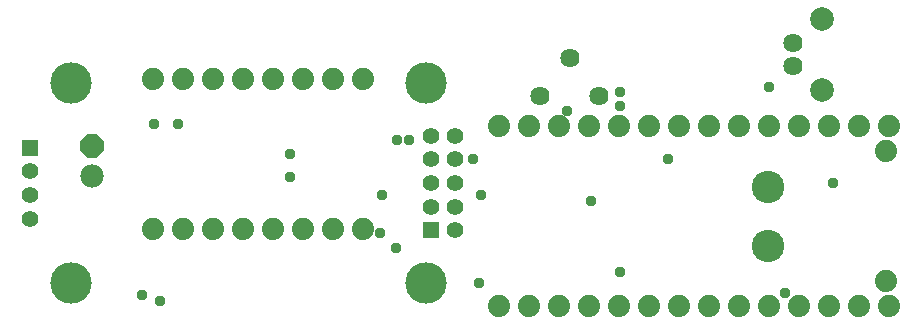
<source format=gbr>
G04 EAGLE Gerber RS-274X export*
G75*
%MOMM*%
%FSLAX34Y34*%
%LPD*%
%INSoldermask Bottom*%
%IPPOS*%
%AMOC8*
5,1,8,0,0,1.08239X$1,22.5*%
G01*
%ADD10C,3.503200*%
%ADD11P,2.144431X8X112.500000*%
%ADD12C,1.981200*%
%ADD13R,1.422400X1.422400*%
%ADD14C,1.422400*%
%ADD15C,1.879600*%
%ADD16C,2.753200*%
%ADD17C,1.625600*%
%ADD18C,2.003200*%
%ADD19C,0.959600*%


D10*
X70000Y85000D03*
X70000Y-85000D03*
X370000Y85000D03*
X370000Y-85000D03*
D11*
X87300Y31700D03*
D12*
X87300Y6300D03*
D13*
X375000Y-40000D03*
D14*
X395000Y-40000D03*
X375000Y-20000D03*
X395000Y-20000D03*
X375000Y0D03*
X395000Y0D03*
X375000Y20000D03*
X395000Y20000D03*
X375000Y40000D03*
X395000Y40000D03*
D13*
X35400Y30000D03*
D14*
X35400Y10000D03*
X35400Y-10000D03*
X35400Y-30000D03*
D15*
X240700Y88500D03*
X266100Y88500D03*
X291500Y88500D03*
X316900Y88500D03*
X240700Y-38500D03*
X266100Y-38500D03*
X291500Y-38500D03*
X316900Y-38500D03*
X215300Y88500D03*
X189900Y88500D03*
X164500Y88500D03*
X139100Y88500D03*
X139100Y-38500D03*
X164500Y-38500D03*
X189900Y-38500D03*
X215300Y-38500D03*
D16*
X660000Y-3000D03*
X660000Y-53000D03*
D15*
X760000Y27000D03*
X760000Y-83000D03*
D17*
X517000Y74000D03*
X467000Y74000D03*
X492000Y106000D03*
X681300Y98800D03*
X681300Y118800D03*
D18*
X705300Y78800D03*
X705300Y138800D03*
D15*
X762000Y-104200D03*
X736600Y-104200D03*
X711200Y-104200D03*
X685800Y-104200D03*
X660400Y-104200D03*
X635000Y-104200D03*
X609600Y-104200D03*
X584200Y-104200D03*
X558800Y-104200D03*
X533400Y-104200D03*
X508000Y-104200D03*
X482600Y-104200D03*
X457200Y-104200D03*
X431800Y-104200D03*
X431800Y48200D03*
X457200Y48200D03*
X482600Y48200D03*
X508000Y48200D03*
X533400Y48200D03*
X558800Y48200D03*
X584200Y48200D03*
X609600Y48200D03*
X635000Y48200D03*
X660400Y48200D03*
X685800Y48200D03*
X711200Y48200D03*
X736600Y48200D03*
X762000Y48200D03*
D19*
X255000Y25000D03*
X255000Y5000D03*
X160000Y50000D03*
X140000Y50000D03*
X130000Y-95000D03*
X145000Y-100000D03*
X535000Y77000D03*
X535000Y65000D03*
X661176Y80960D03*
X674624Y-93472D03*
X331216Y-42512D03*
X333248Y-10160D03*
X345000Y-55000D03*
X715000Y0D03*
X415000Y-85000D03*
X355600Y36576D03*
X345440Y36576D03*
X416560Y-10160D03*
X490000Y60960D03*
X510000Y-15000D03*
X535000Y-75000D03*
X410000Y20000D03*
X575000Y20000D03*
M02*

</source>
